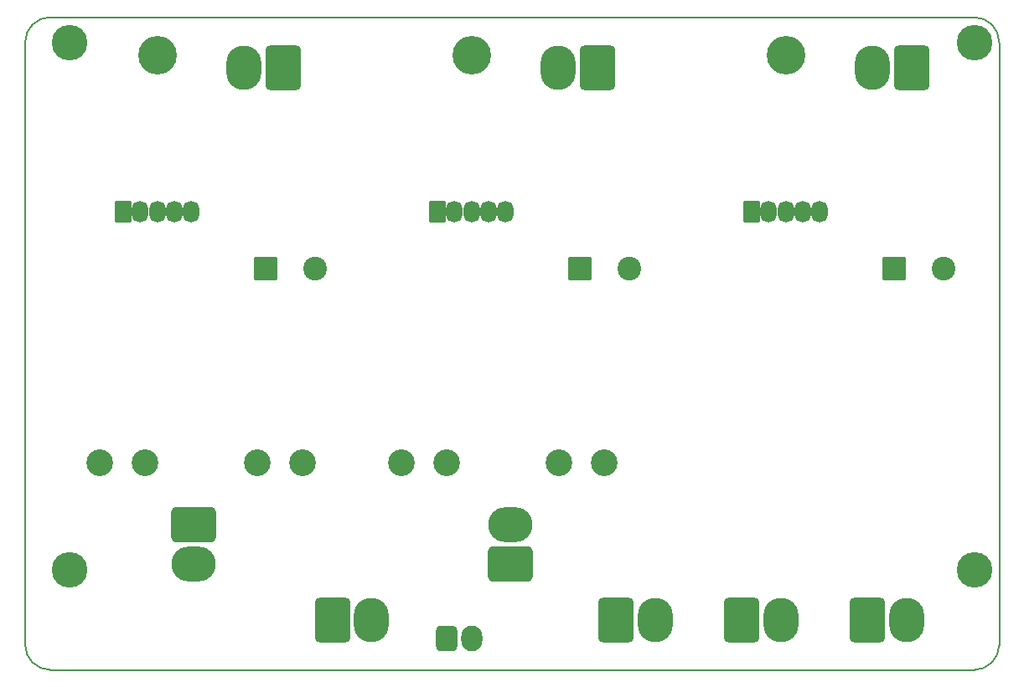
<source format=gbr>
G04 #@! TF.GenerationSoftware,KiCad,Pcbnew,6.0.4-6f826c9f35~116~ubuntu21.10.1*
G04 #@! TF.CreationDate,2022-04-21T21:11:02+02:00*
G04 #@! TF.ProjectId,Carte_Alim,43617274-655f-4416-9c69-6d2e6b696361,rev?*
G04 #@! TF.SameCoordinates,Original*
G04 #@! TF.FileFunction,Soldermask,Bot*
G04 #@! TF.FilePolarity,Negative*
%FSLAX46Y46*%
G04 Gerber Fmt 4.6, Leading zero omitted, Abs format (unit mm)*
G04 Created by KiCad (PCBNEW 6.0.4-6f826c9f35~116~ubuntu21.10.1) date 2022-04-21 21:11:02*
%MOMM*%
%LPD*%
G01*
G04 APERTURE LIST*
G04 Aperture macros list*
%AMRoundRect*
0 Rectangle with rounded corners*
0 $1 Rounding radius*
0 $2 $3 $4 $5 $6 $7 $8 $9 X,Y pos of 4 corners*
0 Add a 4 corners polygon primitive as box body*
4,1,4,$2,$3,$4,$5,$6,$7,$8,$9,$2,$3,0*
0 Add four circle primitives for the rounded corners*
1,1,$1+$1,$2,$3*
1,1,$1+$1,$4,$5*
1,1,$1+$1,$6,$7*
1,1,$1+$1,$8,$9*
0 Add four rect primitives between the rounded corners*
20,1,$1+$1,$2,$3,$4,$5,0*
20,1,$1+$1,$4,$5,$6,$7,0*
20,1,$1+$1,$6,$7,$8,$9,0*
20,1,$1+$1,$8,$9,$2,$3,0*%
G04 Aperture macros list end*
G04 #@! TA.AperFunction,Profile*
%ADD10C,0.150000*%
G04 #@! TD*
%ADD11RoundRect,0.450000X-0.620000X-0.845000X0.620000X-0.845000X0.620000X0.845000X-0.620000X0.845000X0*%
%ADD12O,2.140000X2.590000*%
%ADD13C,3.600000*%
%ADD14RoundRect,0.450000X-1.330000X-1.800000X1.330000X-1.800000X1.330000X1.800000X-1.330000X1.800000X0*%
%ADD15O,3.560000X4.500000*%
%ADD16O,3.900000X3.900000*%
%ADD17RoundRect,0.200000X-0.637500X-0.900000X0.637500X-0.900000X0.637500X0.900000X-0.637500X0.900000X0*%
%ADD18O,1.675000X2.200000*%
%ADD19C,2.700000*%
%ADD20RoundRect,0.450000X-1.800000X1.330000X-1.800000X-1.330000X1.800000X-1.330000X1.800000X1.330000X0*%
%ADD21O,4.500000X3.560000*%
%ADD22RoundRect,0.200000X-1.000000X-1.000000X1.000000X-1.000000X1.000000X1.000000X-1.000000X1.000000X0*%
%ADD23C,2.400000*%
%ADD24RoundRect,0.450000X1.800000X-1.330000X1.800000X1.330000X-1.800000X1.330000X-1.800000X-1.330000X0*%
%ADD25RoundRect,0.450000X1.330000X1.800000X-1.330000X1.800000X-1.330000X-1.800000X1.330000X-1.800000X0*%
G04 APERTURE END LIST*
D10*
X183514999Y-130175001D02*
X183514999Y-69215001D01*
X180975000Y-132715000D02*
G75*
G03*
X183515000Y-130175000I0J2540000D01*
G01*
X180975000Y-66675000D02*
X87630000Y-66675000D01*
X87630000Y-132715000D02*
X180975000Y-132715000D01*
X183515000Y-69215000D02*
G75*
G03*
X180975000Y-66675000I-2540000J0D01*
G01*
X85090000Y-69215000D02*
X85090000Y-130175000D01*
X87630000Y-66675000D02*
G75*
G03*
X85090000Y-69215000I0J-2540000D01*
G01*
X85090000Y-130175000D02*
G75*
G03*
X87630000Y-132715000I2540000J0D01*
G01*
D11*
X127635000Y-129560000D03*
D12*
X130175000Y-129560000D03*
D13*
X180975000Y-122555000D03*
X89535000Y-122555000D03*
D14*
X170180000Y-127635000D03*
D15*
X174140000Y-127635000D03*
D16*
X98425000Y-70560000D03*
D17*
X95025000Y-86360000D03*
D18*
X96725000Y-86360000D03*
X98425000Y-86360000D03*
X100125000Y-86360000D03*
X101825000Y-86360000D03*
D14*
X144780000Y-127635000D03*
D15*
X148740000Y-127635000D03*
D19*
X97220000Y-111760000D03*
X92620000Y-111760000D03*
X113120000Y-111760000D03*
X108520000Y-111760000D03*
D14*
X116130000Y-127635000D03*
D15*
X120090000Y-127635000D03*
D16*
X130175000Y-70560000D03*
D17*
X126775000Y-86360000D03*
D18*
X128475000Y-86360000D03*
X130175000Y-86360000D03*
X131875000Y-86360000D03*
X133575000Y-86360000D03*
D20*
X102130000Y-118035000D03*
D21*
X102130000Y-121995000D03*
D19*
X143600000Y-111760000D03*
X139000000Y-111760000D03*
X123100000Y-111760000D03*
X127700000Y-111760000D03*
D22*
X172892323Y-92075000D03*
D23*
X177892323Y-92075000D03*
D16*
X161925000Y-70560000D03*
D17*
X158525000Y-86360000D03*
D18*
X160225000Y-86360000D03*
X161925000Y-86360000D03*
X163625000Y-86360000D03*
X165325000Y-86360000D03*
D24*
X134090000Y-121995000D03*
D21*
X134090000Y-118035000D03*
D22*
X141142323Y-92075000D03*
D23*
X146142323Y-92075000D03*
D22*
X109392323Y-92075000D03*
D23*
X114392323Y-92075000D03*
D25*
X174625000Y-71755000D03*
D15*
X170665000Y-71755000D03*
D13*
X180975000Y-69215000D03*
D25*
X111125000Y-71755000D03*
D15*
X107165000Y-71755000D03*
D14*
X157480000Y-127635000D03*
D15*
X161440000Y-127635000D03*
D13*
X89535000Y-69215000D03*
D25*
X142875000Y-71755000D03*
D15*
X138915000Y-71755000D03*
M02*

</source>
